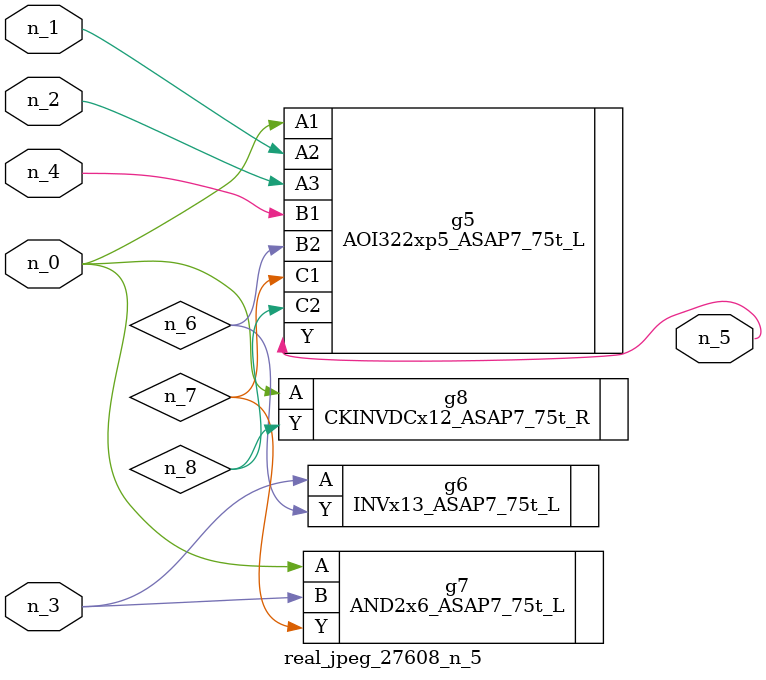
<source format=v>
module real_jpeg_27608_n_5 (n_4, n_0, n_1, n_2, n_3, n_5);

input n_4;
input n_0;
input n_1;
input n_2;
input n_3;

output n_5;

wire n_8;
wire n_6;
wire n_7;

AOI322xp5_ASAP7_75t_L g5 ( 
.A1(n_0),
.A2(n_1),
.A3(n_2),
.B1(n_4),
.B2(n_6),
.C1(n_7),
.C2(n_8),
.Y(n_5)
);

AND2x6_ASAP7_75t_L g7 ( 
.A(n_0),
.B(n_3),
.Y(n_7)
);

CKINVDCx12_ASAP7_75t_R g8 ( 
.A(n_0),
.Y(n_8)
);

INVx13_ASAP7_75t_L g6 ( 
.A(n_3),
.Y(n_6)
);


endmodule
</source>
